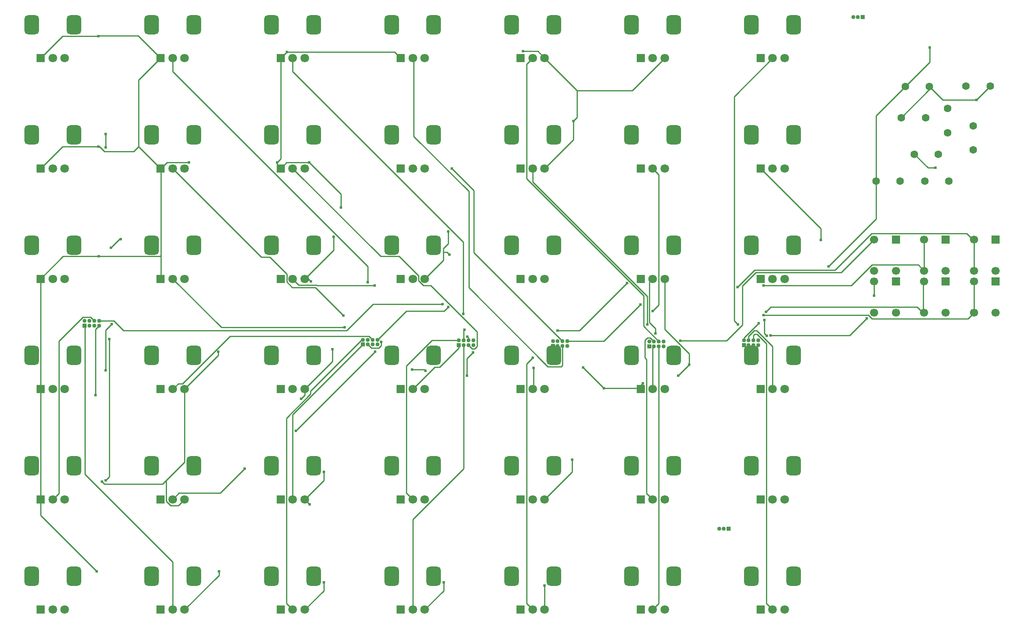
<source format=gbl>
G04 Layer: BottomLayer*
G04 EasyEDA Pro v2.2.35.2, 2025-01-22 11:24:46*
G04 Gerber Generator version 0.3*
G04 Scale: 100 percent, Rotated: No, Reflected: No*
G04 Dimensions in millimeters*
G04 Leading zeros omitted, absolute positions, 4 integers and 5 decimals*
%FSLAX45Y45*%
%MOMM*%
%AMRoundRect*1,1,$1,$2,$3*1,1,$1,$4,$5*1,1,$1,0-$2,0-$3*1,1,$1,0-$4,0-$5*20,1,$1,$2,$3,$4,$5,0*20,1,$1,$4,$5,0-$2,0-$3,0*20,1,$1,0-$2,0-$3,0-$4,0-$5,0*20,1,$1,0-$4,0-$5,$2,$3,0*4,1,4,$2,$3,$4,$5,0-$2,0-$3,0-$4,0-$5,$2,$3,0*%
%ADD10R,1.8X1.8*%
%ADD11C,1.8*%
%ADD12RoundRect,1.5X-0.75X-1.25X-0.75X1.25*%
%ADD13R,0.85X0.85*%
%ADD14C,0.85*%
%ADD15C,1.6*%
%ADD16C,1.7031*%
%ADD17C,1.7*%
%ADD18R,1.7X1.7*%
%ADD19R,0.85X0.85*%
%ADD20C,0.61*%
%ADD21C,0.254*%
G75*


G04 Pad Start*
G54D10*
G01X14258500Y-8438200D03*
G54D11*
G01X14508500Y-8438200D03*
G01X14758500Y-8438200D03*
G54D12*
G01X14948500Y-7738200D03*
G01X14068500Y-7738200D03*
G54D10*
G01X19258500Y-10738200D03*
G54D11*
G01X19508500Y-10738200D03*
G01X19758500Y-10738200D03*
G54D12*
G01X19948500Y-10038200D03*
G01X19068500Y-10038200D03*
G54D10*
G01X9258500Y-3838200D03*
G54D11*
G01X9508500Y-3838200D03*
G01X9758500Y-3838200D03*
G54D12*
G01X9948500Y-3138200D03*
G01X9068500Y-3138200D03*
G54D10*
G01X11758500Y-10738200D03*
G54D11*
G01X12008500Y-10738200D03*
G01X12258500Y-10738200D03*
G54D12*
G01X12448500Y-10038200D03*
G01X11568500Y-10038200D03*
G54D10*
G01X6758500Y-3838200D03*
G54D11*
G01X7008500Y-3838200D03*
G01X7258500Y-3838200D03*
G54D12*
G01X7448500Y-3138200D03*
G01X6568500Y-3138200D03*
G54D10*
G01X4258500Y-3838200D03*
G54D11*
G01X4508500Y-3838200D03*
G01X4758500Y-3838200D03*
G54D12*
G01X4948500Y-3138200D03*
G01X4068500Y-3138200D03*
G54D13*
G01X10973500Y-9808433D03*
G54D14*
G01X10973500Y-9708433D03*
G01X11073500Y-9808433D03*
G01X11073500Y-9708433D03*
G01X11173500Y-9808433D03*
G01X11173500Y-9708433D03*
G01X11273500Y-9808433D03*
G01X11273500Y-9708433D03*
G54D10*
G01X11758500Y-8438200D03*
G54D11*
G01X12008500Y-8438200D03*
G01X12258500Y-8438200D03*
G54D12*
G01X12448500Y-7738200D03*
G01X11568500Y-7738200D03*
G54D10*
G01X16758500Y-15338200D03*
G54D11*
G01X17008500Y-15338200D03*
G01X17258500Y-15338200D03*
G54D12*
G01X17448500Y-14638200D03*
G01X16568500Y-14638200D03*
G54D10*
G01X16758500Y-13038200D03*
G54D11*
G01X17008500Y-13038200D03*
G01X17258500Y-13038200D03*
G54D12*
G01X17448500Y-12338200D03*
G01X16568500Y-12338200D03*
G54D10*
G01X4258500Y-15338200D03*
G54D11*
G01X4508500Y-15338200D03*
G01X4758500Y-15338200D03*
G54D12*
G01X4948500Y-14638200D03*
G01X4068500Y-14638200D03*
G54D15*
G01X22682200Y-6400800D03*
G01X23182200Y-6400800D03*
G54D10*
G01X4258500Y-8438200D03*
G54D11*
G01X4508500Y-8438200D03*
G01X4758500Y-8438200D03*
G54D12*
G01X4948500Y-7738200D03*
G01X4068500Y-7738200D03*
G54D15*
G01X23152100Y-5397500D03*
G01X23152100Y-4889500D03*
G54D10*
G01X6758500Y-13038200D03*
G54D11*
G01X7008500Y-13038200D03*
G01X7258500Y-13038200D03*
G54D12*
G01X7448500Y-12338200D03*
G01X6568500Y-12338200D03*
G54D10*
G01X16758500Y-3838200D03*
G54D11*
G01X17008500Y-3838200D03*
G01X17258500Y-3838200D03*
G54D12*
G01X17448500Y-3138200D03*
G01X16568500Y-3138200D03*
G54D17*
G01X24152500Y-9146200D03*
G54D18*
G01X24152500Y-8496200D03*
G54D17*
G01X23702500Y-8496200D03*
G01X23702500Y-9146200D03*
G54D13*
G01X14930500Y-9837200D03*
G54D14*
G01X14930500Y-9737200D03*
G01X15030500Y-9837200D03*
G01X15030500Y-9737200D03*
G01X15130500Y-9837200D03*
G01X15130500Y-9737200D03*
G01X15230500Y-9837200D03*
G01X15230500Y-9737200D03*
G54D10*
G01X9258500Y-10738200D03*
G54D11*
G01X9508500Y-10738200D03*
G01X9758500Y-10738200D03*
G54D12*
G01X9948500Y-10038200D03*
G01X9068500Y-10038200D03*
G54D10*
G01X4258500Y-6138200D03*
G54D11*
G01X4508500Y-6138200D03*
G01X4758500Y-6138200D03*
G54D12*
G01X4948500Y-5438200D03*
G01X4068500Y-5438200D03*
G54D15*
G01X22186900Y-5080000D03*
G01X22694900Y-5080000D03*
G54D10*
G01X16758500Y-8438200D03*
G54D11*
G01X17008500Y-8438200D03*
G01X17258500Y-8438200D03*
G54D12*
G01X17448500Y-7738200D03*
G01X16568500Y-7738200D03*
G54D10*
G01X19258500Y-3838200D03*
G54D11*
G01X19508500Y-3838200D03*
G01X19758500Y-3838200D03*
G54D12*
G01X19948500Y-3138200D03*
G01X19068500Y-3138200D03*
G54D10*
G01X14258500Y-15338200D03*
G54D11*
G01X14508500Y-15338200D03*
G01X14758500Y-15338200D03*
G54D12*
G01X14948500Y-14638200D03*
G01X14068500Y-14638200D03*
G54D10*
G01X11758500Y-15338200D03*
G54D11*
G01X12008500Y-15338200D03*
G01X12258500Y-15338200D03*
G54D12*
G01X12448500Y-14638200D03*
G01X11568500Y-14638200D03*
G54D10*
G01X11758500Y-3838200D03*
G54D11*
G01X12008500Y-3838200D03*
G01X12258500Y-3838200D03*
G54D12*
G01X12448500Y-3138200D03*
G01X11568500Y-3138200D03*
G54D17*
G01X23114000Y-9146200D03*
G54D18*
G01X23114000Y-8496200D03*
G54D17*
G01X22664000Y-8496200D03*
G01X22664000Y-9146200D03*
G54D13*
G01X12970500Y-9824700D03*
G54D14*
G01X12970500Y-9724700D03*
G01X13070500Y-9824700D03*
G01X13070500Y-9724700D03*
G01X13170500Y-9824700D03*
G01X13170500Y-9724700D03*
G01X13270500Y-9824700D03*
G01X13270500Y-9724700D03*
G54D10*
G01X16758500Y-10738200D03*
G54D11*
G01X17008500Y-10738200D03*
G01X17258500Y-10738200D03*
G54D12*
G01X17448500Y-10038200D03*
G01X16568500Y-10038200D03*
G54D10*
G01X4258500Y-13038200D03*
G54D11*
G01X4508500Y-13038200D03*
G01X4758500Y-13038200D03*
G54D12*
G01X4948500Y-12338200D03*
G01X4068500Y-12338200D03*
G54D13*
G01X18909250Y-9820088D03*
G54D14*
G01X18909250Y-9720088D03*
G01X19009250Y-9820088D03*
G01X19009250Y-9720088D03*
G01X19109250Y-9820088D03*
G01X19109250Y-9720088D03*
G01X19209250Y-9820088D03*
G01X19209250Y-9720088D03*
G54D10*
G01X9258500Y-8438200D03*
G54D11*
G01X9508500Y-8438200D03*
G01X9758500Y-8438200D03*
G54D12*
G01X9948500Y-7738200D03*
G01X9068500Y-7738200D03*
G54D10*
G01X6758500Y-8438200D03*
G54D11*
G01X7008500Y-8438200D03*
G01X7258500Y-8438200D03*
G54D12*
G01X7448500Y-7738200D03*
G01X6568500Y-7738200D03*
G54D19*
G01X18593500Y-13647200D03*
G54D14*
G01X18493500Y-13647200D03*
G01X18393500Y-13647200D03*
G54D10*
G01X19258500Y-6138200D03*
G54D11*
G01X19508500Y-6138200D03*
G01X19758500Y-6138200D03*
G54D12*
G01X19948500Y-5438200D03*
G01X19068500Y-5438200D03*
G54D10*
G01X14258500Y-3838200D03*
G54D11*
G01X14508500Y-3838200D03*
G01X14758500Y-3838200D03*
G54D12*
G01X14948500Y-3138200D03*
G01X14068500Y-3138200D03*
G54D17*
G01X22075500Y-9146200D03*
G54D18*
G01X22075500Y-8496200D03*
G54D17*
G01X21625500Y-8496200D03*
G01X21625500Y-9146200D03*
G01X24152500Y-8270000D03*
G54D18*
G01X24152500Y-7620000D03*
G54D17*
G01X23702500Y-7620000D03*
G01X23702500Y-8270000D03*
G54D10*
G01X19258500Y-15338200D03*
G54D11*
G01X19508500Y-15338200D03*
G01X19758500Y-15338200D03*
G54D12*
G01X19948500Y-14638200D03*
G01X19068500Y-14638200D03*
G54D10*
G01X19258500Y-8438200D03*
G54D11*
G01X19508500Y-8438200D03*
G01X19758500Y-8438200D03*
G54D12*
G01X19948500Y-7738200D03*
G01X19068500Y-7738200D03*
G54D10*
G01X6758500Y-6138200D03*
G54D11*
G01X7008500Y-6138200D03*
G01X7258500Y-6138200D03*
G54D12*
G01X7448500Y-5438200D03*
G01X6568500Y-5438200D03*
G54D10*
G01X6758500Y-15338200D03*
G54D11*
G01X7008500Y-15338200D03*
G01X7258500Y-15338200D03*
G54D12*
G01X7448500Y-14638200D03*
G01X6568500Y-14638200D03*
G54D17*
G01X23114000Y-8270000D03*
G54D18*
G01X23114000Y-7620000D03*
G54D17*
G01X22664000Y-7620000D03*
G01X22664000Y-8270000D03*
G54D10*
G01X19258500Y-13038200D03*
G54D11*
G01X19508500Y-13038200D03*
G01X19758500Y-13038200D03*
G54D12*
G01X19948500Y-12338200D03*
G01X19068500Y-12338200D03*
G54D15*
G01X23533100Y-4419600D03*
G01X24041100Y-4419600D03*
G54D13*
G01X5173500Y-9413200D03*
G54D14*
G01X5173500Y-9313200D03*
G01X5273500Y-9413200D03*
G01X5273500Y-9313200D03*
G01X5373500Y-9413200D03*
G01X5373500Y-9313200D03*
G01X5473500Y-9413200D03*
G01X5473500Y-9313200D03*
G54D10*
G01X14258500Y-6138200D03*
G54D11*
G01X14508500Y-6138200D03*
G01X14758500Y-6138200D03*
G54D12*
G01X14948500Y-5438200D03*
G01X14068500Y-5438200D03*
G54D15*
G01X22964200Y-5839300D03*
G01X22464200Y-5839300D03*
G01X22275800Y-4432300D03*
G01X22775800Y-4432300D03*
G01X21666200Y-6400800D03*
G01X22166200Y-6400800D03*
G54D10*
G01X9258500Y-6138200D03*
G54D11*
G01X9508500Y-6138200D03*
G01X9758500Y-6138200D03*
G54D12*
G01X9948500Y-5438200D03*
G01X9068500Y-5438200D03*
G54D10*
G01X14258500Y-10738200D03*
G54D11*
G01X14508500Y-10738200D03*
G01X14758500Y-10738200D03*
G54D12*
G01X14948500Y-10038200D03*
G01X14068500Y-10038200D03*
G54D19*
G01X21387500Y-2979200D03*
G54D14*
G01X21287500Y-2979200D03*
G01X21187500Y-2979200D03*
G54D10*
G01X9258500Y-15338200D03*
G54D11*
G01X9508500Y-15338200D03*
G01X9758500Y-15338200D03*
G54D12*
G01X9948500Y-14638200D03*
G01X9068500Y-14638200D03*
G54D10*
G01X6758500Y-10738200D03*
G54D11*
G01X7008500Y-10738200D03*
G01X7258500Y-10738200D03*
G54D12*
G01X7448500Y-10038200D03*
G01X6568500Y-10038200D03*
G54D10*
G01X11758500Y-13038200D03*
G54D11*
G01X12008500Y-13038200D03*
G01X12258500Y-13038200D03*
G54D12*
G01X12448500Y-12338200D03*
G01X11568500Y-12338200D03*
G54D17*
G01X22075500Y-8270000D03*
G54D18*
G01X22075500Y-7620000D03*
G54D17*
G01X21625500Y-7620000D03*
G01X21625500Y-8270000D03*
G54D10*
G01X14258500Y-13038200D03*
G54D11*
G01X14508500Y-13038200D03*
G01X14758500Y-13038200D03*
G54D12*
G01X14948500Y-12338200D03*
G01X14068500Y-12338200D03*
G54D10*
G01X11758500Y-6138200D03*
G54D11*
G01X12008500Y-6138200D03*
G01X12258500Y-6138200D03*
G54D12*
G01X12448500Y-5438200D03*
G01X11568500Y-5438200D03*
G54D13*
G01X16937250Y-9845950D03*
G54D14*
G01X16937250Y-9745950D03*
G01X17037250Y-9845950D03*
G01X17037250Y-9745950D03*
G01X17137250Y-9845950D03*
G01X17137250Y-9745950D03*
G01X17237250Y-9845950D03*
G01X17237250Y-9745950D03*
G54D15*
G01X23685500Y-5753100D03*
G01X23685500Y-5253100D03*
G54D10*
G01X4258500Y-10738200D03*
G54D11*
G01X4508500Y-10738200D03*
G01X4758500Y-10738200D03*
G54D12*
G01X4948500Y-10038200D03*
G01X4068500Y-10038200D03*
G54D10*
G01X16758500Y-6138200D03*
G54D11*
G01X17008500Y-6138200D03*
G01X17258500Y-6138200D03*
G54D12*
G01X17448500Y-5438200D03*
G01X16568500Y-5438200D03*
G54D10*
G01X9258500Y-13038200D03*
G54D11*
G01X9508500Y-13038200D03*
G01X9758500Y-13038200D03*
G54D12*
G01X9948500Y-12338200D03*
G01X9068500Y-12338200D03*
G04 Pad End*

G04 Via Start*
G54D20*
G01X22786000Y-3619500D03*
G01X20675600Y-8178800D03*
G01X9849800Y-6015400D03*
G01X9182300Y-6011200D03*
G01X7349800Y-6015400D03*
G01X5463100Y-5681000D03*
G01X10510200Y-6955200D03*
G01X5470200Y-7971200D03*
G01X15561000Y-10285200D03*
G01X16805600Y-10615400D03*
G01X22902800Y-6121400D03*
G01X15992800Y-10717000D03*
G01X5426900Y-14536800D03*
G01X9385500Y-3711200D03*
G01X5463100Y-3381000D03*
G01X20510200Y-7629600D03*
G01X5397500Y-10867800D03*
G01X18774900Y-8610600D03*
G01X12628100Y-8966200D03*
G01X11072500Y-8511800D03*
G01X11351900Y-9756400D03*
G01X10565500Y-9200433D03*
G01X10589300Y-9452833D03*
G01X11222700Y-9960833D03*
G01X9571700Y-11611833D03*
G01X8504900Y-12399233D03*
G01X12746700Y-9022633D03*
G01X19321867Y-9197000D03*
G01X13064500Y-9172200D03*
G01X13089900Y-9502400D03*
G01X13145100Y-9648500D03*
G01X11214700Y-8581700D03*
G01X11997700Y-10331800D03*
G01X12277100Y-10357200D03*
G01X13140700Y-10458800D03*
G01X13267700Y-9976200D03*
G01X15023100Y-9521500D03*
G01X16470900Y-8530900D03*
G01X19315700Y-8581700D03*
G01X14524100Y-10296000D03*
G01X14508500Y-10081400D03*
G01X12826900Y-6138200D03*
G01X16754500Y-8975200D03*
G01X19370700Y-9127600D03*
G01X17008500Y-9114300D03*
G01X17064250Y-9576250D03*
G01X16896100Y-9389400D03*
G01X17586900Y-9728200D03*
G01X18782250Y-9390450D03*
G01X19214050Y-9364488D03*
G01X19336250Y-9299200D03*
G01X19387050Y-9629400D03*
G01X19463250Y-9618488D03*
G01X21469850Y-9262888D03*
G01X21625500Y-8790600D03*
G01X10357800Y-7559000D03*
G01X9885500Y-8489000D03*
G01X10332400Y-9909800D03*
G01X9682300Y-10941400D03*
G01X10154600Y-12463800D03*
G01X9860100Y-13139800D03*
G01X10154600Y-14763800D03*
G01X12745400Y-7448700D03*
G01X12654600Y-14763800D03*
G01X14305600Y-3696100D03*
G01X15357800Y-5148700D03*
G01X12770800Y-7931300D03*
G01X15332400Y-12209800D03*
G01X14752000Y-14831300D03*
G01X17537900Y-10458800D03*
G01X17766500Y-10230200D03*
G01X7959400Y-9960600D03*
G01X7970200Y-14535200D03*
G01X5537200Y-12668600D03*
G01X23753700Y-4707000D03*
G01X5924600Y-7609800D03*
G01X5721400Y-7787600D03*
G01X5609000Y-10350000D03*
G01X5736000Y-9384800D03*
G01X5609000Y-5701800D03*
G01X5609000Y-5422400D03*
G01X5685200Y-9692600D03*
G01X5609000Y-12639000D03*
G04 Via End*

G04 Track Start*
G54D21*
G01X22786000Y-3619500D02*
G01X22786000Y-3922100D01*
G01X22275800Y-4432300D01*
G01X21666200Y-5041900D01*
G01X21666200Y-6400800D01*
G01X21666200Y-7188200D01*
G01X20675600Y-8178800D01*
G01X9849800Y-6015400D02*
G01X9381300Y-6015400D01*
G01X9258500Y-6138200D01*
G01X9182300Y-6062000D01*
G01X9182300Y-6011200D01*
G01X7349800Y-6015400D02*
G01X6892600Y-6015400D01*
G01X6765600Y-6142400D01*
G01X6758500Y-6138200D01*
G01X6758500Y-6138200D02*
G01X6301300Y-5681000D01*
G01X6199700Y-5782600D01*
G01X5590100Y-5782600D01*
G01X5488500Y-5681000D01*
G01X5463100Y-5681000D01*
G01X4715700Y-5681000D01*
G01X4258500Y-6138200D01*
G01X9849800Y-6015400D02*
G01X10510200Y-6675800D01*
G01X10510200Y-6955200D01*
G01X6765600Y-8431100D02*
G01X6758500Y-8438200D01*
G01X6765600Y-7945800D02*
G01X6744377Y-7967023D01*
G01X5474377Y-7967023D01*
G01X5470200Y-7971200D01*
G01X4725500Y-7971200D01*
G01X4258500Y-8438200D01*
G01X4258500Y-10738200D01*
G01X15561000Y-10285200D02*
G01X15992800Y-10717000D01*
G01X16737300Y-10717000D02*
G01X16758500Y-10738200D01*
G01X16729400Y-10717000D02*
G01X16729400Y-10691600D01*
G01X16805600Y-10615400D01*
G01X22902800Y-6121400D02*
G01X22746300Y-6121400D01*
G01X22464200Y-5839300D01*
G01X4258500Y-10738200D02*
G01X4258500Y-13038200D01*
G01X4258500Y-13368400D01*
G01X5426900Y-14536800D01*
G01X9182300Y-6011200D02*
G01X9258500Y-5935000D01*
G01X9258500Y-3838200D01*
G01X9385500Y-3711200D01*
G01X6301300Y-5681000D02*
G01X6301300Y-4295400D01*
G01X6758500Y-3838200D01*
G01X6289503Y-3369203D01*
G01X5474897Y-3369203D01*
G01X5463100Y-3381000D01*
G01X4715700Y-3381000D01*
G01X4258500Y-3838200D01*
G01X9385500Y-3711200D02*
G01X11631500Y-3711200D01*
G01X11758500Y-3838200D01*
G01X20510200Y-7629600D02*
G01X20510200Y-7389900D01*
G01X19258500Y-6138200D01*
G01X7008500Y-15338200D02*
G01X7008500Y-14347600D01*
G01X5179700Y-12518800D01*
G01X5179700Y-9419400D01*
G01X5173500Y-9413200D01*
G01X4508500Y-13038200D02*
G01X4635500Y-12911200D01*
G01X4635500Y-9736200D01*
G01X5134700Y-9237000D01*
G01X5297300Y-9237000D01*
G01X5373500Y-9313200D01*
G01X5397500Y-10867800D02*
G01X5397500Y-9489200D01*
G01X5473500Y-9413200D01*
G01X23702500Y-7645400D02*
G01X23550100Y-7493000D01*
G01X21568900Y-7493000D01*
G01X20806900Y-8255000D01*
G01X19130500Y-8255000D01*
G01X18774900Y-8610600D01*
G01X12628100Y-8966200D02*
G01X11180300Y-8966200D01*
G01X10630100Y-9516400D01*
G01X5981900Y-9516400D01*
G01X5778700Y-9313200D01*
G01X5473500Y-9313200D01*
G01X10973500Y-9808433D02*
G01X9508500Y-11273433D01*
G01X9508500Y-13038200D01*
G01X10973500Y-9708433D02*
G01X10948100Y-9708433D01*
G01X9881300Y-10775233D01*
G01X9881300Y-10842433D01*
G01X9381500Y-11342233D01*
G01X9381500Y-15211200D01*
G01X9508500Y-15338200D01*
G01X7008500Y-3838200D02*
G01X7008500Y-4117600D01*
G01X11072500Y-8181600D01*
G01X11072500Y-8511800D01*
G01X11351900Y-9756400D02*
G01X11351900Y-9832600D01*
G01X11301100Y-9883400D01*
G01X11148467Y-9883400D01*
G01X11073500Y-9808433D01*
G01X10565500Y-9200433D02*
G01X9981300Y-8616233D01*
G01X9498700Y-8616233D01*
G01X9384933Y-8502466D01*
G01X9384933Y-8336833D01*
G01X9029333Y-7981233D01*
G01X8851533Y-7981233D01*
G01X7008500Y-6138200D01*
G01X10589300Y-9452833D02*
G01X8023133Y-9452833D01*
G01X7008500Y-8438200D01*
G01X11173500Y-9708433D02*
G01X11097300Y-9632233D01*
G01X8201700Y-9632233D01*
G01X7211100Y-10622833D01*
G01X7123867Y-10622833D01*
G01X7008500Y-10738200D01*
G01X11222700Y-9960833D02*
G01X9571700Y-11611833D01*
G01X8504900Y-12399233D02*
G01X7996900Y-12907233D01*
G01X7139467Y-12907233D01*
G01X7008500Y-13038200D01*
G01X11273500Y-9708433D02*
G01X11873108Y-9108825D01*
G01X12660508Y-9108825D01*
G01X12746700Y-9022633D01*
G01X19321867Y-9197000D02*
G01X21506267Y-9197000D01*
G01X21582467Y-9273200D01*
G01X23575500Y-9273200D01*
G01X23702500Y-9146200D01*
G01X23702500Y-8496200D01*
G01X12008500Y-10738200D02*
G01X12465700Y-10281000D01*
G01X12567300Y-10281000D01*
G01X12970500Y-9877800D01*
G01X12970500Y-9824700D01*
G01X12970500Y-9724700D02*
G01X12411700Y-9724700D01*
G01X11878300Y-10258100D01*
G01X11878300Y-12908000D01*
G01X12008500Y-13038200D01*
G01X12008500Y-15338200D02*
G01X12008500Y-13458600D01*
G01X13070500Y-12396600D01*
G01X13070500Y-9824700D01*
G01X9508500Y-3838200D02*
G01X9508500Y-4117600D01*
G01X13064500Y-7673600D01*
G01X13064500Y-9172200D01*
G01X13089900Y-9502400D02*
G01X13070500Y-9521800D01*
G01X13070500Y-9724700D01*
G01X13170500Y-9824700D02*
G01X13246700Y-9900900D01*
G01X13297500Y-9900900D01*
G01X13348300Y-9850100D01*
G01X13348300Y-9541453D01*
G01X12386947Y-8580100D01*
G01X12230700Y-8580100D01*
G01X12129100Y-8478500D01*
G01X12129100Y-8376900D01*
G01X11722700Y-7970500D01*
G01X11340800Y-7970500D01*
G01X9508500Y-6138200D01*
G01X13170500Y-9724700D02*
G01X13170500Y-9673900D01*
G01X13145100Y-9648500D01*
G01X11214700Y-8581700D02*
G01X10020900Y-8581700D01*
G01X10004400Y-8565200D01*
G01X9635500Y-8565200D01*
G01X9508500Y-8438200D01*
G01X11997700Y-10331800D02*
G01X12251700Y-10331800D01*
G01X12277100Y-10357200D01*
G01X13140700Y-10458800D02*
G01X13140700Y-10103200D01*
G01X13267700Y-9976200D01*
G01X15023100Y-9521500D02*
G01X15480300Y-9521500D01*
G01X16470900Y-8530900D01*
G01X19315700Y-8581700D02*
G01X21144500Y-8581700D01*
G01X21576300Y-8149900D01*
G01X22543900Y-8149900D01*
G01X22664000Y-8270000D01*
G01X22664000Y-7620000D01*
G01X14524100Y-10296000D02*
G01X14524100Y-10722600D01*
G01X14508500Y-10738200D01*
G01X14508500Y-10081400D02*
G01X14381500Y-10208400D01*
G01X14381500Y-15211200D01*
G01X14508500Y-15338200D01*
G01X15130500Y-9837200D02*
G01X15130500Y-10243600D01*
G01X15105100Y-10269000D01*
G01X14825700Y-10269000D01*
G01X13179277Y-8622577D01*
G01X13179277Y-6615977D01*
G01X12031700Y-5468400D01*
G01X12031700Y-3861400D01*
G01X12008500Y-3838200D01*
G01X15130500Y-9737200D02*
G01X13285454Y-7892154D01*
G01X13285454Y-6596754D01*
G01X12826900Y-6138200D01*
G01X15230500Y-9737200D02*
G01X15992500Y-9737200D01*
G01X16754500Y-8975200D01*
G01X19370700Y-9127600D02*
G01X19472300Y-9026000D01*
G01X22520300Y-9026000D01*
G01X22621900Y-9127600D01*
G01X22646350Y-9127600D01*
G01X22647300Y-9129500D01*
G01X22664000Y-9146200D01*
G01X22647300Y-9127600D02*
G01X22647300Y-8512900D01*
G01X22664000Y-8496200D01*
G01X17008500Y-9114300D02*
G01X17135500Y-8987300D01*
G01X17135500Y-6265200D01*
G01X17008500Y-6138200D01*
G01X17008500Y-8438200D02*
G01X16937250Y-8509450D01*
G01X16937250Y-9347650D01*
G01X17064250Y-9474650D01*
G01X17064250Y-9576250D01*
G01X17008500Y-10738200D02*
G01X17008500Y-9874700D01*
G01X17037250Y-9845950D01*
G01X17008500Y-13038200D02*
G01X16881500Y-12911200D01*
G01X16881500Y-10117200D01*
G01X16846350Y-10082050D01*
G01X16846350Y-9720550D01*
G01X16897150Y-9669750D01*
G01X16961050Y-9669750D01*
G01X17037250Y-9745950D01*
G01X17008500Y-15338200D02*
G01X17137250Y-15209450D01*
G01X17137250Y-9845950D01*
G01X14508500Y-3838200D02*
G01X14381500Y-3965200D01*
G01X14381500Y-6352800D01*
G01X16819900Y-8791200D01*
G01X16819900Y-9428600D01*
G01X17137250Y-9745950D01*
G01X14508500Y-6138200D02*
G01X14508500Y-6417600D01*
G01X16896100Y-8805200D01*
G01X16896100Y-9389400D01*
G01X21625500Y-7620000D02*
G01X20939700Y-8305800D01*
G01X19161700Y-8305800D01*
G01X18882300Y-8585200D01*
G01X18882300Y-9398000D01*
G01X18552100Y-9728200D01*
G01X17586900Y-9728200D01*
G01X19508500Y-3838200D02*
G01X18706050Y-4640650D01*
G01X18706050Y-9314250D01*
G01X18782250Y-9390450D01*
G01X18909250Y-9720088D02*
G01X18909250Y-9669288D01*
G01X19214050Y-9364488D01*
G01X19508500Y-10738200D02*
G01X19508500Y-9849200D01*
G01X19178300Y-9519000D01*
G01X19127500Y-9519000D01*
G01X19009250Y-9637250D01*
G01X19009250Y-9720088D01*
G01X19109250Y-9720088D02*
G01X19109250Y-9618488D01*
G01X19134650Y-9593088D01*
G01X19185450Y-9593088D01*
G01X19381500Y-9789138D01*
G01X19381500Y-15211200D01*
G01X19508500Y-15338200D01*
G01X19336250Y-9299200D02*
G01X19336250Y-9578600D01*
G01X19387050Y-9629400D01*
G01X19463250Y-9618488D02*
G01X21114250Y-9618488D01*
G01X21469850Y-9262888D01*
G01X21625500Y-8790600D02*
G01X21625500Y-8496200D01*
G01X10357800Y-7559000D02*
G01X10357800Y-7838900D01*
G01X9758500Y-8438200D01*
G01X9834700Y-8438200D01*
G01X9885500Y-8489000D01*
G01X10332400Y-9909800D02*
G01X10332400Y-10164300D01*
G01X9758500Y-10738200D01*
G01X9758500Y-10865200D01*
G01X9682300Y-10941400D01*
G01X10154600Y-12463800D02*
G01X10154600Y-12642100D01*
G01X9758500Y-13038200D01*
G01X9860100Y-13139800D01*
G01X10154600Y-14763800D02*
G01X10154600Y-14942100D01*
G01X9758500Y-15338200D01*
G01X12745400Y-7448700D02*
G01X12745400Y-7702700D01*
G01X12643800Y-7804300D01*
G01X12643800Y-8052900D02*
G01X12258500Y-8438200D01*
G01X12654600Y-14763800D02*
G01X12654600Y-14942100D01*
G01X12258500Y-15338200D01*
G01X14305600Y-3696100D02*
G01X14616400Y-3696100D01*
G01X14758500Y-3838200D01*
G01X14758500Y-3838200D02*
G01X15434000Y-4513700D01*
G01X15434000Y-5072500D01*
G01X15357800Y-5148700D01*
G01X15357800Y-5538900D01*
G01X14758500Y-6138200D01*
G01X12643800Y-7880500D02*
G01X12720000Y-7880500D01*
G01X12770800Y-7931300D01*
G01X15332400Y-12209800D02*
G01X15332400Y-12464300D01*
G01X14758500Y-13038200D01*
G01X14752000Y-14831300D02*
G01X14752000Y-15331700D01*
G01X14758500Y-15338200D01*
G01X17537900Y-10458800D02*
G01X17766500Y-10230200D01*
G01X17766500Y-10001600D01*
G01X17258500Y-9493600D01*
G01X17258500Y-8438200D01*
G01X15434000Y-4513700D02*
G01X16583000Y-4513700D01*
G01X17258500Y-3838200D01*
G01X7959400Y-9960600D02*
G01X7959400Y-10037300D01*
G01X7258500Y-10738200D01*
G01X7258500Y-12262200D01*
G01X6877500Y-12643200D01*
G01X6877500Y-13077600D01*
G01X6965100Y-13165200D01*
G01X7131500Y-13165200D01*
G01X7258500Y-13038200D01*
G01X7970200Y-14535200D02*
G01X7970200Y-14626500D01*
G01X7258500Y-15338200D01*
G01X6877500Y-12643200D02*
G01X6801300Y-12719400D01*
G01X5588000Y-12719400D01*
G01X5537200Y-12668600D01*
G01X23753700Y-4707000D02*
G01X24041100Y-4419600D01*
G01X23753700Y-4707000D02*
G01X23050500Y-4707000D01*
G01X22775800Y-4432300D01*
G01X22775800Y-4491100D01*
G01X22186900Y-5080000D01*
G01X5924600Y-7609800D02*
G01X5899200Y-7609800D01*
G01X5721400Y-7787600D01*
G01X5609000Y-10350000D02*
G01X5609000Y-9511800D01*
G01X5736000Y-9384800D01*
G01X5609000Y-5701800D02*
G01X5609000Y-5422400D01*
G01X5685200Y-9692600D02*
G01X5685200Y-12562800D01*
G01X5609000Y-12639000D01*
G01X6765600Y-6142400D02*
G01X6765600Y-7945800D01*
G01X6765600Y-8431100D01*
G01X15992800Y-10717000D02*
G01X16729400Y-10717000D01*
G01X16737300Y-10717000D01*
G01X23702500Y-7620000D02*
G01X23702500Y-7645400D01*
G01X23702500Y-8270000D01*
G01X12643800Y-7804300D02*
G01X12643800Y-7880500D01*
G01X12643800Y-8052900D01*
G04 Track End*

M02*


</source>
